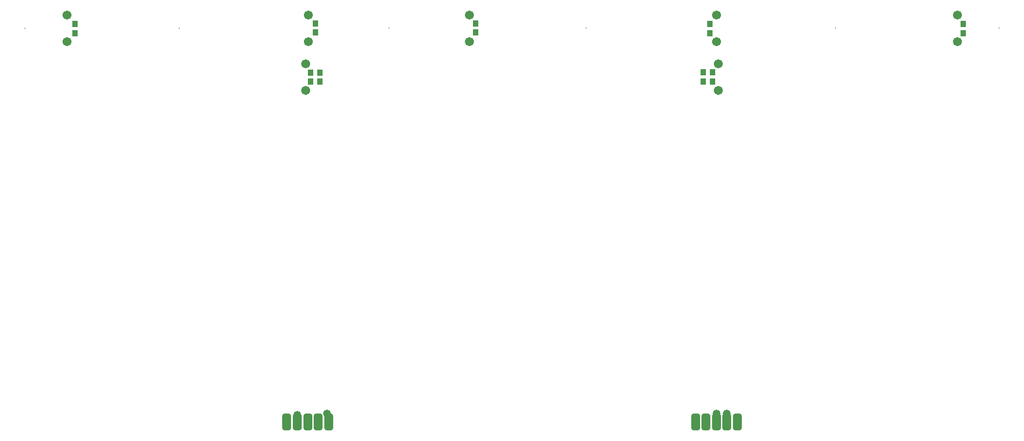
<source format=gbs>
G04*
G04 #@! TF.GenerationSoftware,Altium Limited,Altium Designer,20.1.11 (218)*
G04*
G04 Layer_Color=16711935*
%FSLAX25Y25*%
%MOIN*%
G70*
G04*
G04 #@! TF.SameCoordinates,67DEA893-D948-4B9D-9317-8289C47B3BC5*
G04*
G04*
G04 #@! TF.FilePolarity,Negative*
G04*
G01*
G75*
%ADD13R,0.04300X0.04600*%
%ADD14R,0.00800X0.00800*%
%ADD15C,0.06706*%
%ADD16C,0.05800*%
G04:AMPARAMS|DCode=23|XSize=67.06mil|YSize=126.11mil|CornerRadius=18.76mil|HoleSize=0mil|Usage=FLASHONLY|Rotation=0.000|XOffset=0mil|YOffset=0mil|HoleType=Round|Shape=RoundedRectangle|*
%AMROUNDEDRECTD23*
21,1,0.06706,0.08858,0,0,0.0*
21,1,0.02953,0.12611,0,0,0.0*
1,1,0.03753,0.01476,-0.04429*
1,1,0.03753,-0.01476,-0.04429*
1,1,0.03753,-0.01476,0.04429*
1,1,0.03753,0.01476,0.04429*
%
%ADD23ROUNDEDRECTD23*%
D13*
X-147563Y-17000D02*
D03*
Y-10100D02*
D03*
X-328500Y-10500D02*
D03*
Y-17400D02*
D03*
X339000Y-17500D02*
D03*
Y-10600D02*
D03*
X143500Y-47000D02*
D03*
Y-53900D02*
D03*
X150500Y-47000D02*
D03*
Y-53900D02*
D03*
X148563Y-10500D02*
D03*
Y-17400D02*
D03*
X-27500Y-17000D02*
D03*
Y-10100D02*
D03*
X-144500Y-54000D02*
D03*
Y-47100D02*
D03*
X-151500Y-54000D02*
D03*
Y-47100D02*
D03*
D14*
X-92500Y-13500D02*
D03*
X55500D02*
D03*
X243000D02*
D03*
X-250000Y-14000D02*
D03*
X366000Y-13500D02*
D03*
X-366000Y-14000D02*
D03*
D15*
X-32000Y-23779D02*
D03*
Y-3779D02*
D03*
X-153063Y-23779D02*
D03*
Y-3779D02*
D03*
X334500Y-23779D02*
D03*
Y-3779D02*
D03*
X153563D02*
D03*
Y-23779D02*
D03*
X155000Y-40500D02*
D03*
Y-60500D02*
D03*
X-155000D02*
D03*
Y-40500D02*
D03*
X-334500Y-3779D02*
D03*
Y-23779D02*
D03*
D16*
X-139000Y-303500D02*
D03*
X-161417Y-304500D02*
D03*
X153500Y-303500D02*
D03*
X161417D02*
D03*
D23*
X145669Y-309842D02*
D03*
X153543D02*
D03*
X161417D02*
D03*
X169291D02*
D03*
X137795D02*
D03*
X-137795D02*
D03*
X-169291D02*
D03*
X-161417D02*
D03*
X-153543D02*
D03*
X-145669D02*
D03*
M02*

</source>
